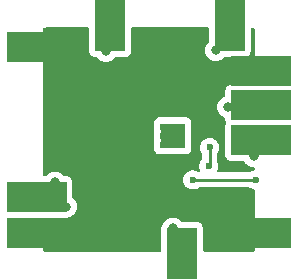
<source format=gbl>
%TF.GenerationSoftware,KiCad,Pcbnew,(6.0.0)*%
%TF.CreationDate,2022-08-29T11:13:11+02:00*%
%TF.ProjectId,LiIon_Charger,4c69496f-6e5f-4436-9861-726765722e6b,rev?*%
%TF.SameCoordinates,Original*%
%TF.FileFunction,Copper,L2,Bot*%
%TF.FilePolarity,Positive*%
%FSLAX46Y46*%
G04 Gerber Fmt 4.6, Leading zero omitted, Abs format (unit mm)*
G04 Created by KiCad (PCBNEW (6.0.0)) date 2022-08-29 11:13:11*
%MOMM*%
%LPD*%
G01*
G04 APERTURE LIST*
G04 Aperture macros list*
%AMFreePoly0*
4,1,5,2.500000,-1.250000,-2.500000,-1.250000,-2.500000,1.250000,2.500000,1.250000,2.500000,-1.250000,2.500000,-1.250000,$1*%
G04 Aperture macros list end*
%TA.AperFunction,ComponentPad*%
%ADD10FreePoly0,90.000000*%
%TD*%
%TA.AperFunction,ComponentPad*%
%ADD11FreePoly0,0.000000*%
%TD*%
%TA.AperFunction,ComponentPad*%
%ADD12C,0.600000*%
%TD*%
%TA.AperFunction,SMDPad,CuDef*%
%ADD13R,2.150000X2.150000*%
%TD*%
%TA.AperFunction,ComponentPad*%
%ADD14FreePoly0,180.000000*%
%TD*%
%TA.AperFunction,ViaPad*%
%ADD15C,0.800000*%
%TD*%
%TA.AperFunction,ViaPad*%
%ADD16C,0.600000*%
%TD*%
%TA.AperFunction,Conductor*%
%ADD17C,0.250000*%
%TD*%
G04 APERTURE END LIST*
D10*
%TO.P,j5,1,Pin_1*%
%TO.N,Net-(U1-Pad6)*%
X140817600Y-70916800D03*
%TD*%
D11*
%TO.P,H2,1,1*%
%TO.N,GND*%
X143459200Y-75082400D03*
%TD*%
D10*
%TO.P,j6,1,Pin_1*%
%TO.N,/Battery*%
X130683000Y-70916800D03*
%TD*%
D11*
%TO.P,H4,1,1*%
%TO.N,GND*%
X124460000Y-73050400D03*
%TD*%
%TO.P,j4,1,Pin_1*%
%TO.N,/~{CHGOK}*%
X143459200Y-78003400D03*
%TD*%
%TO.P,H3,1,1*%
%TO.N,GND*%
X143459200Y-88849200D03*
%TD*%
D12*
%TO.P,U1,17,NC*%
%TO.N,unconnected-(U1-Pad17)*%
X135191200Y-81369200D03*
X136741200Y-79819200D03*
X136741200Y-81369200D03*
X135191200Y-79819200D03*
X135966200Y-80594200D03*
X135966200Y-79819200D03*
D13*
X135966200Y-80594200D03*
D12*
X135966200Y-81369200D03*
X136741200Y-80594200D03*
X135191200Y-80594200D03*
%TD*%
D11*
%TO.P,H1,1,1*%
%TO.N,GND*%
X124460000Y-88798400D03*
%TD*%
%TO.P,j1,1,Pin_1*%
%TO.N,/Charger*%
X124460000Y-85775800D03*
%TD*%
D10*
%TO.P,j2,1,Pin_1*%
%TO.N,/NTC*%
X136779000Y-90906600D03*
%TD*%
D14*
%TO.P,j3,1,Pin_1*%
%TO.N,/~{ACOK}*%
X143459200Y-80949800D03*
%TD*%
D15*
%TO.N,Net-(U1-Pad6)*%
X139630000Y-73360000D03*
%TO.N,GND*%
X141040000Y-75220000D03*
%TO.N,/Battery*%
X130340000Y-73430000D03*
%TO.N,GND*%
X126830000Y-72960000D03*
%TO.N,/Charger*%
X126010000Y-84540000D03*
X126970000Y-86590000D03*
%TO.N,GND*%
X127010000Y-88130000D03*
%TO.N,/NTC*%
X136004800Y-88425200D03*
%TO.N,GND*%
X140870000Y-89010000D03*
%TO.N,/~{ACOK}*%
X142875000Y-82345000D03*
%TO.N,/~{CHGOK}*%
X140639800Y-78155800D03*
D16*
%TO.N,GND*%
X139570000Y-89600000D03*
X132270000Y-81950000D03*
X131927600Y-87528400D03*
X125450600Y-75565000D03*
X130124200Y-87528400D03*
X135890000Y-73736200D03*
X135740000Y-72760000D03*
X135661400Y-71882000D03*
X129971800Y-81864200D03*
X139550000Y-88410000D03*
X128270000Y-87528400D03*
X134210000Y-78520000D03*
X134650000Y-88350000D03*
X138820000Y-87400000D03*
X134620000Y-77800200D03*
X128193800Y-72593200D03*
X133750000Y-72030000D03*
X133654800Y-78003400D03*
%TO.N,Net-(C2-Pad1)*%
X139115800Y-81584800D03*
X139014200Y-83159600D03*
%TO.N,/~{ACOK}*%
X137668000Y-84328000D03*
X143002000Y-84328000D03*
%TD*%
D17*
%TO.N,/Battery*%
X130340000Y-71259800D02*
X130557980Y-71041820D01*
X130340000Y-73430000D02*
X130340000Y-71259800D01*
%TO.N,/Charger*%
X125695800Y-84540000D02*
X124585020Y-85650780D01*
X126010000Y-84540000D02*
X125695800Y-84540000D01*
X125274200Y-86590000D02*
X124585020Y-85900820D01*
X126970000Y-86590000D02*
X125274200Y-86590000D01*
%TO.N,/NTC*%
X136004800Y-88425200D02*
X136004800Y-90132400D01*
X136004800Y-90132400D02*
X136664180Y-90791780D01*
%TO.N,/~{ACOK}*%
X142875000Y-81534000D02*
X143334980Y-81074020D01*
X142875000Y-82345000D02*
X142875000Y-81534000D01*
%TO.N,/~{CHGOK}*%
X143306800Y-78155800D02*
X143334980Y-78127620D01*
X140639800Y-78155800D02*
X143306800Y-78155800D01*
%TO.N,Net-(U1-Pad6)*%
X140692580Y-72297420D02*
X140692580Y-71041820D01*
X139630000Y-73360000D02*
X140692580Y-72297420D01*
%TO.N,Net-(C2-Pad1)*%
X139115800Y-83058000D02*
X139115800Y-81584800D01*
X139014200Y-83159600D02*
X139115800Y-83058000D01*
%TO.N,/~{ACOK}*%
X137668000Y-84328000D02*
X143002000Y-84328000D01*
%TD*%
%TA.AperFunction,Conductor*%
%TO.N,GND*%
G36*
X128861392Y-71444802D02*
G01*
X128907885Y-71498458D01*
X128919271Y-71550800D01*
X128919271Y-73416800D01*
X128924500Y-73489911D01*
X128965696Y-73630211D01*
X128970567Y-73637790D01*
X129039878Y-73745641D01*
X129039880Y-73745644D01*
X129044750Y-73753221D01*
X129051560Y-73759122D01*
X129148445Y-73843074D01*
X129148448Y-73843076D01*
X129155257Y-73848976D01*
X129288266Y-73909719D01*
X129433000Y-73930529D01*
X129512074Y-73930529D01*
X129580195Y-73950531D01*
X129605708Y-73972218D01*
X129728747Y-74108866D01*
X129883248Y-74221118D01*
X129889276Y-74223802D01*
X129889278Y-74223803D01*
X129989670Y-74268500D01*
X130057712Y-74298794D01*
X130151113Y-74318647D01*
X130238056Y-74337128D01*
X130238061Y-74337128D01*
X130244513Y-74338500D01*
X130435487Y-74338500D01*
X130441939Y-74337128D01*
X130441944Y-74337128D01*
X130528887Y-74318647D01*
X130622288Y-74298794D01*
X130690330Y-74268500D01*
X130790722Y-74223803D01*
X130790724Y-74223802D01*
X130796752Y-74221118D01*
X130951253Y-74108866D01*
X131074291Y-73972218D01*
X131134736Y-73934979D01*
X131167926Y-73930529D01*
X131933000Y-73930529D01*
X131964986Y-73928241D01*
X131999373Y-73925782D01*
X131999374Y-73925782D01*
X132006111Y-73925300D01*
X132085967Y-73901852D01*
X132137765Y-73886643D01*
X132137767Y-73886642D01*
X132146411Y-73884104D01*
X132210255Y-73843074D01*
X132261841Y-73809922D01*
X132261844Y-73809920D01*
X132269421Y-73805050D01*
X132314331Y-73753221D01*
X132359274Y-73701355D01*
X132359276Y-73701352D01*
X132365176Y-73694543D01*
X132425919Y-73561534D01*
X132446729Y-73416800D01*
X132446729Y-71550800D01*
X132466731Y-71482679D01*
X132520387Y-71436186D01*
X132572729Y-71424800D01*
X138927871Y-71424800D01*
X138995992Y-71444802D01*
X139042485Y-71498458D01*
X139053871Y-71550800D01*
X139053871Y-72594339D01*
X139033869Y-72662460D01*
X139018321Y-72680751D01*
X139018747Y-72681134D01*
X138890960Y-72823056D01*
X138795473Y-72988444D01*
X138736458Y-73170072D01*
X138716496Y-73360000D01*
X138736458Y-73549928D01*
X138795473Y-73731556D01*
X138890960Y-73896944D01*
X138895378Y-73901851D01*
X138895379Y-73901852D01*
X138903618Y-73911002D01*
X139018747Y-74038866D01*
X139173248Y-74151118D01*
X139179276Y-74153802D01*
X139179278Y-74153803D01*
X139321754Y-74217237D01*
X139347712Y-74228794D01*
X139441112Y-74248647D01*
X139528056Y-74267128D01*
X139528061Y-74267128D01*
X139534513Y-74268500D01*
X139725487Y-74268500D01*
X139731939Y-74267128D01*
X139731944Y-74267128D01*
X139818888Y-74248647D01*
X139912288Y-74228794D01*
X139938246Y-74217237D01*
X140080722Y-74153803D01*
X140080724Y-74153802D01*
X140086752Y-74151118D01*
X140241253Y-74038866D01*
X140301262Y-73972219D01*
X140361708Y-73934979D01*
X140394898Y-73930529D01*
X142067600Y-73930529D01*
X142099586Y-73928241D01*
X142133973Y-73925782D01*
X142133974Y-73925782D01*
X142140711Y-73925300D01*
X142220567Y-73901852D01*
X142272365Y-73886643D01*
X142272367Y-73886642D01*
X142281011Y-73884104D01*
X142344855Y-73843074D01*
X142396441Y-73809922D01*
X142396444Y-73809920D01*
X142404021Y-73805050D01*
X142448931Y-73753221D01*
X142493874Y-73701355D01*
X142493876Y-73701352D01*
X142499776Y-73694543D01*
X142560519Y-73561534D01*
X142581329Y-73416800D01*
X142581329Y-71554750D01*
X142601331Y-71486629D01*
X142654987Y-71440136D01*
X142704324Y-71429448D01*
X142708295Y-71430024D01*
X142717186Y-71428767D01*
X142726157Y-71428782D01*
X142726156Y-71429648D01*
X142747663Y-71429736D01*
X142768165Y-71432805D01*
X142806204Y-71444892D01*
X142836606Y-71460211D01*
X142868956Y-71483591D01*
X142880945Y-71495567D01*
X142893043Y-71507653D01*
X142916453Y-71539974D01*
X142931802Y-71570354D01*
X142943931Y-71608380D01*
X142946920Y-71628196D01*
X142948184Y-71647914D01*
X142946895Y-71655712D01*
X142947976Y-71664629D01*
X142951084Y-71690265D01*
X142952000Y-71705429D01*
X142952000Y-76113671D01*
X142931998Y-76181792D01*
X142878342Y-76228285D01*
X142826000Y-76239671D01*
X140959200Y-76239671D01*
X140927214Y-76241959D01*
X140892827Y-76244418D01*
X140892826Y-76244418D01*
X140886089Y-76244900D01*
X140806582Y-76268245D01*
X140754435Y-76283557D01*
X140754433Y-76283558D01*
X140745789Y-76286096D01*
X140738210Y-76290967D01*
X140630359Y-76360278D01*
X140630356Y-76360280D01*
X140622779Y-76365150D01*
X140616878Y-76371960D01*
X140532926Y-76468845D01*
X140532924Y-76468848D01*
X140527024Y-76475657D01*
X140466281Y-76608666D01*
X140445471Y-76753400D01*
X140445471Y-77167607D01*
X140425469Y-77235728D01*
X140371813Y-77282221D01*
X140361941Y-77286065D01*
X140357512Y-77287006D01*
X140351485Y-77289689D01*
X140351483Y-77289690D01*
X140189078Y-77361997D01*
X140189076Y-77361998D01*
X140183048Y-77364682D01*
X140028547Y-77476934D01*
X139900760Y-77618856D01*
X139805273Y-77784244D01*
X139746258Y-77965872D01*
X139726296Y-78155800D01*
X139746258Y-78345728D01*
X139805273Y-78527356D01*
X139900760Y-78692744D01*
X140028547Y-78834666D01*
X140183048Y-78946918D01*
X140189076Y-78949602D01*
X140189078Y-78949603D01*
X140351483Y-79021910D01*
X140351485Y-79021911D01*
X140357512Y-79024594D01*
X140359735Y-79025067D01*
X140417015Y-79064237D01*
X140444650Y-79129634D01*
X140445471Y-79143993D01*
X140445471Y-79253400D01*
X140450700Y-79326511D01*
X140452604Y-79332994D01*
X140484404Y-79441297D01*
X140484404Y-79512294D01*
X140478122Y-79529136D01*
X140470026Y-79546865D01*
X140466281Y-79555066D01*
X140445471Y-79699800D01*
X140445471Y-82199800D01*
X140450700Y-82272911D01*
X140491896Y-82413211D01*
X140496767Y-82420790D01*
X140566078Y-82528641D01*
X140566080Y-82528644D01*
X140570950Y-82536221D01*
X140577760Y-82542122D01*
X140674645Y-82626074D01*
X140674648Y-82626076D01*
X140681457Y-82631976D01*
X140689654Y-82635720D01*
X140689655Y-82635720D01*
X140710788Y-82645371D01*
X140814466Y-82692719D01*
X140959200Y-82713529D01*
X141965979Y-82713529D01*
X142034100Y-82733531D01*
X142075098Y-82776529D01*
X142132658Y-82876226D01*
X142132661Y-82876231D01*
X142135960Y-82881944D01*
X142140378Y-82886851D01*
X142140379Y-82886852D01*
X142223660Y-82979345D01*
X142263747Y-83023866D01*
X142418248Y-83136118D01*
X142424276Y-83138802D01*
X142424278Y-83138803D01*
X142522013Y-83182317D01*
X142592712Y-83213794D01*
X142686112Y-83233647D01*
X142773056Y-83252128D01*
X142773061Y-83252128D01*
X142779513Y-83253500D01*
X142826000Y-83253500D01*
X142894121Y-83273502D01*
X142940614Y-83327158D01*
X142952000Y-83379500D01*
X142952000Y-83406805D01*
X142931998Y-83474926D01*
X142878342Y-83521419D01*
X142839171Y-83532115D01*
X142834288Y-83532628D01*
X142834286Y-83532628D01*
X142827288Y-83533364D01*
X142655579Y-83591818D01*
X142519039Y-83675819D01*
X142453019Y-83694500D01*
X139858573Y-83694500D01*
X139790452Y-83674498D01*
X139743959Y-83620842D01*
X139733855Y-83550568D01*
X139740785Y-83523756D01*
X139799755Y-83368520D01*
X139799756Y-83368518D01*
X139802255Y-83361938D01*
X139803235Y-83354966D01*
X139826948Y-83186239D01*
X139826948Y-83186236D01*
X139827499Y-83182317D01*
X139827816Y-83159600D01*
X139807597Y-82979345D01*
X139803746Y-82968285D01*
X139756309Y-82832066D01*
X139749300Y-82790629D01*
X139749300Y-82130420D01*
X139770352Y-82060693D01*
X139789109Y-82032461D01*
X139839443Y-81956702D01*
X139903855Y-81787138D01*
X139906030Y-81771660D01*
X139928548Y-81611439D01*
X139928548Y-81611436D01*
X139929099Y-81607517D01*
X139929416Y-81584800D01*
X139909197Y-81404545D01*
X139906165Y-81395839D01*
X139851864Y-81239906D01*
X139851862Y-81239903D01*
X139849545Y-81233248D01*
X139753426Y-81079424D01*
X139739741Y-81065643D01*
X139630578Y-80955715D01*
X139630574Y-80955712D01*
X139625615Y-80950718D01*
X139614497Y-80943662D01*
X139566338Y-80913100D01*
X139472466Y-80853527D01*
X139443263Y-80843128D01*
X139308225Y-80795043D01*
X139308220Y-80795042D01*
X139301590Y-80792681D01*
X139294602Y-80791848D01*
X139294599Y-80791847D01*
X139171498Y-80777168D01*
X139121480Y-80771204D01*
X139114477Y-80771940D01*
X139114476Y-80771940D01*
X138948088Y-80789428D01*
X138948086Y-80789429D01*
X138941088Y-80790164D01*
X138769379Y-80848618D01*
X138763375Y-80852312D01*
X138620895Y-80939966D01*
X138620892Y-80939968D01*
X138614888Y-80943662D01*
X138609853Y-80948593D01*
X138609850Y-80948595D01*
X138490325Y-81065643D01*
X138485293Y-81070571D01*
X138387035Y-81223038D01*
X138384626Y-81229658D01*
X138384624Y-81229661D01*
X138350437Y-81323590D01*
X138324997Y-81393485D01*
X138302263Y-81573440D01*
X138319963Y-81753960D01*
X138377218Y-81926073D01*
X138380865Y-81932095D01*
X138380866Y-81932097D01*
X138464076Y-82069494D01*
X138482300Y-82134765D01*
X138482300Y-82495842D01*
X138462298Y-82563963D01*
X138444457Y-82585866D01*
X138393548Y-82635720D01*
X138383693Y-82645371D01*
X138285435Y-82797838D01*
X138283026Y-82804458D01*
X138283024Y-82804461D01*
X138253036Y-82886852D01*
X138223397Y-82968285D01*
X138200663Y-83148240D01*
X138218363Y-83328760D01*
X138270727Y-83486171D01*
X138271501Y-83488497D01*
X138274024Y-83559449D01*
X138237787Y-83620501D01*
X138174295Y-83652270D01*
X138103707Y-83644670D01*
X138084432Y-83634656D01*
X138061900Y-83620356D01*
X138030620Y-83600505D01*
X138030617Y-83600503D01*
X138024666Y-83596727D01*
X137995463Y-83586328D01*
X137860425Y-83538243D01*
X137860420Y-83538242D01*
X137853790Y-83535881D01*
X137846802Y-83535048D01*
X137846799Y-83535047D01*
X137722756Y-83520256D01*
X137673680Y-83514404D01*
X137666677Y-83515140D01*
X137666676Y-83515140D01*
X137500288Y-83532628D01*
X137500286Y-83532629D01*
X137493288Y-83533364D01*
X137321579Y-83591818D01*
X137259109Y-83630250D01*
X137173095Y-83683166D01*
X137173092Y-83683168D01*
X137167088Y-83686862D01*
X137162053Y-83691793D01*
X137162050Y-83691795D01*
X137159288Y-83694500D01*
X137037493Y-83813771D01*
X136939235Y-83966238D01*
X136936826Y-83972858D01*
X136936824Y-83972861D01*
X136894233Y-84089880D01*
X136877197Y-84136685D01*
X136854463Y-84316640D01*
X136872163Y-84497160D01*
X136929418Y-84669273D01*
X137023380Y-84824424D01*
X137149382Y-84954902D01*
X137301159Y-85054222D01*
X137307763Y-85056678D01*
X137307765Y-85056679D01*
X137464558Y-85114990D01*
X137464560Y-85114990D01*
X137471168Y-85117448D01*
X137554995Y-85128633D01*
X137643980Y-85140507D01*
X137643984Y-85140507D01*
X137650961Y-85141438D01*
X137657972Y-85140800D01*
X137657976Y-85140800D01*
X137800459Y-85127832D01*
X137831600Y-85124998D01*
X137838302Y-85122820D01*
X137838304Y-85122820D01*
X137997409Y-85071124D01*
X137997412Y-85071123D01*
X138004108Y-85068947D01*
X138154540Y-84979271D01*
X138219058Y-84961500D01*
X142455903Y-84961500D01*
X142524896Y-84982068D01*
X142635159Y-85054222D01*
X142641763Y-85056678D01*
X142641765Y-85056679D01*
X142798558Y-85114990D01*
X142798560Y-85114990D01*
X142805168Y-85117448D01*
X142812151Y-85118380D01*
X142812156Y-85118381D01*
X142836609Y-85121643D01*
X142842664Y-85122451D01*
X142907541Y-85151286D01*
X142946529Y-85210619D01*
X142952000Y-85247344D01*
X142952000Y-90142029D01*
X142951019Y-90157723D01*
X142946853Y-90190909D01*
X142948280Y-90199773D01*
X142948436Y-90208746D01*
X142947418Y-90208764D01*
X142947678Y-90230331D01*
X142945877Y-90243529D01*
X142933606Y-90283093D01*
X142921958Y-90306260D01*
X142897521Y-90339706D01*
X142878984Y-90357847D01*
X142845015Y-90381562D01*
X142821604Y-90392707D01*
X142781783Y-90404123D01*
X142768745Y-90405616D01*
X142748938Y-90406118D01*
X142741683Y-90404605D01*
X142732740Y-90405312D01*
X142732738Y-90405312D01*
X142693590Y-90408408D01*
X142683657Y-90408800D01*
X138668729Y-90408800D01*
X138600608Y-90388798D01*
X138554115Y-90335142D01*
X138542729Y-90282800D01*
X138542729Y-88406600D01*
X138537500Y-88333489D01*
X138496304Y-88193189D01*
X138450583Y-88122046D01*
X138422122Y-88077759D01*
X138422120Y-88077756D01*
X138417250Y-88070179D01*
X138353109Y-88014600D01*
X138313555Y-87980326D01*
X138313552Y-87980324D01*
X138306743Y-87974424D01*
X138173734Y-87913681D01*
X138029000Y-87892871D01*
X136804094Y-87892871D01*
X136735973Y-87872869D01*
X136710458Y-87851182D01*
X136616053Y-87746334D01*
X136461552Y-87634082D01*
X136455524Y-87631398D01*
X136455522Y-87631397D01*
X136293119Y-87559091D01*
X136293118Y-87559091D01*
X136287088Y-87556406D01*
X136183088Y-87534300D01*
X136106744Y-87518072D01*
X136106739Y-87518072D01*
X136100287Y-87516700D01*
X135909313Y-87516700D01*
X135902861Y-87518072D01*
X135902856Y-87518072D01*
X135826512Y-87534300D01*
X135722512Y-87556406D01*
X135716482Y-87559091D01*
X135716481Y-87559091D01*
X135554078Y-87631397D01*
X135554076Y-87631398D01*
X135548048Y-87634082D01*
X135393547Y-87746334D01*
X135389129Y-87751241D01*
X135389125Y-87751245D01*
X135279615Y-87872869D01*
X135265760Y-87888256D01*
X135262459Y-87893974D01*
X135192815Y-88014600D01*
X135178921Y-88034112D01*
X135152782Y-88064278D01*
X135096824Y-88128857D01*
X135036081Y-88261866D01*
X135015271Y-88406600D01*
X135015271Y-90282800D01*
X134995269Y-90350921D01*
X134941613Y-90397414D01*
X134889271Y-90408800D01*
X125249540Y-90408800D01*
X125234015Y-90407840D01*
X125209307Y-90404772D01*
X125209306Y-90404772D01*
X125200398Y-90403666D01*
X125191536Y-90405105D01*
X125182564Y-90405273D01*
X125182547Y-90404353D01*
X125161025Y-90404683D01*
X125144724Y-90402547D01*
X125105979Y-90390921D01*
X125079455Y-90378019D01*
X125046391Y-90354716D01*
X125025318Y-90334070D01*
X125001343Y-90301491D01*
X124987898Y-90275232D01*
X124975481Y-90236731D01*
X124973089Y-90220984D01*
X124971824Y-90201255D01*
X124973092Y-90193634D01*
X124968900Y-90158743D01*
X124968000Y-90143713D01*
X124968000Y-87665529D01*
X124988002Y-87597408D01*
X125041658Y-87550915D01*
X125094000Y-87539529D01*
X126960000Y-87539529D01*
X126991986Y-87537241D01*
X127026373Y-87534782D01*
X127026374Y-87534782D01*
X127033111Y-87534300D01*
X127173411Y-87493104D01*
X127194816Y-87479348D01*
X127236735Y-87462100D01*
X127252288Y-87458794D01*
X127258321Y-87456108D01*
X127420722Y-87383803D01*
X127420724Y-87383802D01*
X127426752Y-87381118D01*
X127452762Y-87362221D01*
X127482157Y-87340864D01*
X127581253Y-87268866D01*
X127585675Y-87263955D01*
X127704621Y-87131852D01*
X127704622Y-87131851D01*
X127709040Y-87126944D01*
X127804527Y-86961556D01*
X127863542Y-86779928D01*
X127883504Y-86590000D01*
X127863542Y-86400072D01*
X127804527Y-86218444D01*
X127709040Y-86053056D01*
X127581253Y-85911134D01*
X127525668Y-85870749D01*
X127482314Y-85814527D01*
X127473729Y-85768813D01*
X127473729Y-84525800D01*
X127468500Y-84452689D01*
X127445155Y-84373182D01*
X127429843Y-84321035D01*
X127429842Y-84321033D01*
X127427304Y-84312389D01*
X127385960Y-84248057D01*
X127353122Y-84196959D01*
X127353120Y-84196956D01*
X127348250Y-84189379D01*
X127295505Y-84143675D01*
X127244555Y-84099526D01*
X127244552Y-84099524D01*
X127237743Y-84093624D01*
X127104734Y-84032881D01*
X126960000Y-84012071D01*
X126813255Y-84012071D01*
X126745134Y-83992069D01*
X126719619Y-83970381D01*
X126625675Y-83866045D01*
X126625674Y-83866044D01*
X126621253Y-83861134D01*
X126466752Y-83748882D01*
X126460724Y-83746198D01*
X126460722Y-83746197D01*
X126298319Y-83673891D01*
X126298318Y-83673891D01*
X126292288Y-83671206D01*
X126167447Y-83644670D01*
X126111944Y-83632872D01*
X126111939Y-83632872D01*
X126105487Y-83631500D01*
X125914513Y-83631500D01*
X125908061Y-83632872D01*
X125908056Y-83632872D01*
X125852553Y-83644670D01*
X125727712Y-83671206D01*
X125721682Y-83673891D01*
X125721681Y-83673891D01*
X125559278Y-83746197D01*
X125559276Y-83746198D01*
X125553248Y-83748882D01*
X125398747Y-83861134D01*
X125394326Y-83866044D01*
X125394325Y-83866045D01*
X125300381Y-83970381D01*
X125239935Y-84007621D01*
X125206745Y-84012071D01*
X125094000Y-84012071D01*
X125025879Y-83992069D01*
X124979386Y-83938413D01*
X124968000Y-83886071D01*
X124968000Y-81357840D01*
X134377663Y-81357840D01*
X134380509Y-81386866D01*
X134382099Y-81403082D01*
X134382700Y-81415377D01*
X134382700Y-81717334D01*
X134389455Y-81779516D01*
X134440585Y-81915905D01*
X134527939Y-82032461D01*
X134644495Y-82119815D01*
X134780884Y-82170945D01*
X134843066Y-82177700D01*
X135128784Y-82177700D01*
X135145448Y-82178807D01*
X135167179Y-82181707D01*
X135167184Y-82181707D01*
X135174161Y-82182638D01*
X135181172Y-82182000D01*
X135181176Y-82182000D01*
X135222716Y-82178219D01*
X135234136Y-82177700D01*
X135903784Y-82177700D01*
X135920448Y-82178807D01*
X135942179Y-82181707D01*
X135942184Y-82181707D01*
X135949161Y-82182638D01*
X135956172Y-82182000D01*
X135956176Y-82182000D01*
X135997716Y-82178219D01*
X136009136Y-82177700D01*
X136678784Y-82177700D01*
X136695448Y-82178807D01*
X136717179Y-82181707D01*
X136717184Y-82181707D01*
X136724161Y-82182638D01*
X136731172Y-82182000D01*
X136731176Y-82182000D01*
X136772716Y-82178219D01*
X136784136Y-82177700D01*
X137089334Y-82177700D01*
X137151516Y-82170945D01*
X137287905Y-82119815D01*
X137404461Y-82032461D01*
X137491815Y-81915905D01*
X137542945Y-81779516D01*
X137549700Y-81717334D01*
X137549700Y-81434876D01*
X137550926Y-81417340D01*
X137553948Y-81395839D01*
X137553948Y-81395836D01*
X137554499Y-81391917D01*
X137554816Y-81369200D01*
X137550485Y-81330588D01*
X137549700Y-81316543D01*
X137549700Y-80659876D01*
X137550926Y-80642340D01*
X137553948Y-80620839D01*
X137553948Y-80620836D01*
X137554499Y-80616917D01*
X137554816Y-80594200D01*
X137550485Y-80555588D01*
X137549700Y-80541543D01*
X137549700Y-79884876D01*
X137550926Y-79867340D01*
X137553948Y-79845839D01*
X137553948Y-79845836D01*
X137554499Y-79841917D01*
X137554816Y-79819200D01*
X137550485Y-79780588D01*
X137549700Y-79766543D01*
X137549700Y-79471066D01*
X137542945Y-79408884D01*
X137491815Y-79272495D01*
X137404461Y-79155939D01*
X137287905Y-79068585D01*
X137151516Y-79017455D01*
X137089334Y-79010700D01*
X136797105Y-79010700D01*
X136782186Y-79009814D01*
X136778526Y-79009378D01*
X136746880Y-79005604D01*
X136739877Y-79006340D01*
X136739876Y-79006340D01*
X136704960Y-79010010D01*
X136691789Y-79010700D01*
X136022105Y-79010700D01*
X136007186Y-79009814D01*
X136003526Y-79009378D01*
X135971880Y-79005604D01*
X135964877Y-79006340D01*
X135964876Y-79006340D01*
X135929960Y-79010010D01*
X135916789Y-79010700D01*
X135247105Y-79010700D01*
X135232186Y-79009814D01*
X135228526Y-79009378D01*
X135196880Y-79005604D01*
X135189877Y-79006340D01*
X135189876Y-79006340D01*
X135154960Y-79010010D01*
X135141789Y-79010700D01*
X134843066Y-79010700D01*
X134780884Y-79017455D01*
X134644495Y-79068585D01*
X134527939Y-79155939D01*
X134440585Y-79272495D01*
X134389455Y-79408884D01*
X134382700Y-79471066D01*
X134382700Y-79760045D01*
X134381706Y-79775837D01*
X134377663Y-79807840D01*
X134380616Y-79837957D01*
X134382099Y-79853082D01*
X134382700Y-79865377D01*
X134382700Y-80535045D01*
X134381706Y-80550837D01*
X134377663Y-80582840D01*
X134380616Y-80612957D01*
X134382099Y-80628082D01*
X134382700Y-80640377D01*
X134382700Y-81310045D01*
X134381706Y-81325837D01*
X134377663Y-81357840D01*
X124968000Y-81357840D01*
X124968000Y-71715704D01*
X124969474Y-71696487D01*
X124971824Y-71681256D01*
X124973194Y-71672381D01*
X124972017Y-71663476D01*
X124972115Y-71654508D01*
X124972941Y-71654517D01*
X124973205Y-71633023D01*
X124976629Y-71611254D01*
X124988801Y-71573692D01*
X125004924Y-71542007D01*
X125028125Y-71510057D01*
X125053257Y-71484925D01*
X125085207Y-71461724D01*
X125116892Y-71445601D01*
X125154455Y-71433429D01*
X125175389Y-71430137D01*
X125195104Y-71428731D01*
X125203041Y-71429977D01*
X125211936Y-71428826D01*
X125211938Y-71428826D01*
X125225885Y-71427021D01*
X125234998Y-71425842D01*
X125251165Y-71424800D01*
X128793271Y-71424800D01*
X128861392Y-71444802D01*
G37*
%TD.AperFunction*%
%TD*%
M02*

</source>
